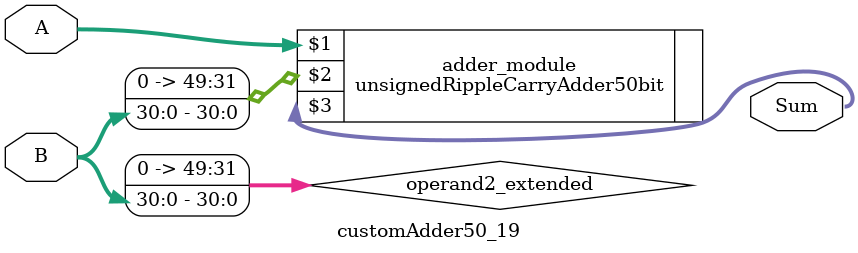
<source format=v>
module customAdder50_19(
                        input [49 : 0] A,
                        input [30 : 0] B,
                        
                        output [50 : 0] Sum
                );

        wire [49 : 0] operand2_extended;
        
        assign operand2_extended =  {19'b0, B};
        
        unsignedRippleCarryAdder50bit adder_module(
            A,
            operand2_extended,
            Sum
        );
        
        endmodule
        
</source>
